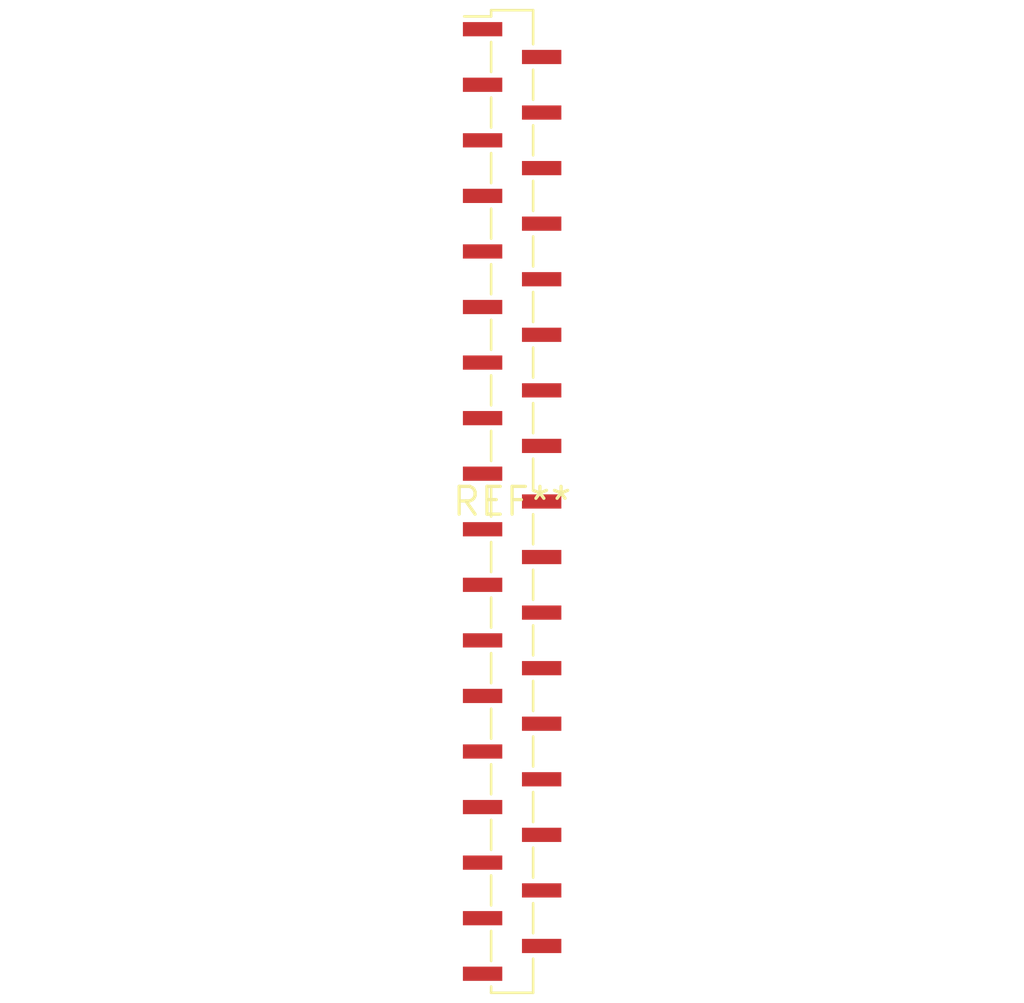
<source format=kicad_pcb>
(kicad_pcb (version 20240108) (generator pcbnew)
  (layers (0 "F.Cu" signal) (31 "B.Cu" signal) (34 "B.Paste" user) (35 "F.Paste" user) (36 "B.SilkS" user "B.Silkscreen") (37 "F.SilkS" user "F.Silkscreen") (38 "B.Mask" user) (39 "F.Mask" user) (44 "Edge.Cuts" user))
  (net 0 "")
  (footprint "PinSocket_1x35_P1.27mm_Vertical_SMD_Pin1Left" (layer "F.Cu") (at 0 0)
    (property "Reference" "REF**")
    (property "Value" "PinSocket_1x35_P1.27mm_Vertical_SMD_Pin1Left")
    (fp_line (start -2.19 -22.175) (end -0.96 -22.175) (layer "F.SilkS") (stroke (width 0.12)))
    (fp_line (start -0.96 -22.46) (end -0.96 -22.175) (layer "F.SilkS") (stroke (width 0.12)))
    (fp_line (start -0.96 -22.46) (end 0.96 -22.46) (layer "F.SilkS") (stroke (width 0.12)))
    (fp_line (start -0.96 -21.005) (end -0.96 -19.635) (layer "F.SilkS") (stroke (width 0.12)))
    (fp_line (start -0.96 -18.465) (end -0.96 -17.095) (layer "F.SilkS") (stroke (width 0.12)))
    (fp_line (start -0.96 -15.925) (end -0.96 -14.555) (layer "F.SilkS") (stroke (width 0.12)))
    (fp_line (start -0.96 -13.385) (end -0.96 -12.015) (layer "F.SilkS") (stroke (width 0.12)))
    (fp_line (start -0.96 -10.845) (end -0.96 -9.475) (layer "F.SilkS") (stroke (width 0.12)))
    (fp_line (start -0.96 -8.305) (end -0.96 -6.935) (layer "F.SilkS") (stroke (width 0.12)))
    (fp_line (start -0.96 -5.765) (end -0.96 -4.395) (layer "F.SilkS") (stroke (width 0.12)))
    (fp_line (start -0.96 -3.225) (end -0.96 -1.855) (layer "F.SilkS") (stroke (width 0.12)))
    (fp_line (start -0.96 -0.685) (end -0.96 0.685) (layer "F.SilkS") (stroke (width 0.12)))
    (fp_line (start -0.96 1.855) (end -0.96 3.225) (layer "F.SilkS") (stroke (width 0.12)))
    (fp_line (start -0.96 4.395) (end -0.96 5.765) (layer "F.SilkS") (stroke (width 0.12)))
    (fp_line (start -0.96 6.935) (end -0.96 8.305) (layer "F.SilkS") (stroke (width 0.12)))
    (fp_line (start -0.96 9.475) (end -0.96 10.845) (layer "F.SilkS") (stroke (width 0.12)))
    (fp_line (start -0.96 12.015) (end -0.96 13.385) (layer "F.SilkS") (stroke (width 0.12)))
    (fp_line (start -0.96 14.555) (end -0.96 15.925) (layer "F.SilkS") (stroke (width 0.12)))
    (fp_line (start -0.96 17.095) (end -0.96 18.465) (layer "F.SilkS") (stroke (width 0.12)))
    (fp_line (start -0.96 19.635) (end -0.96 21.005) (layer "F.SilkS") (stroke (width 0.12)))
    (fp_line (start -0.96 22.175) (end -0.96 22.46) (layer "F.SilkS") (stroke (width 0.12)))
    (fp_line (start -0.96 22.46) (end 0.96 22.46) (layer "F.SilkS") (stroke (width 0.12)))
    (fp_line (start 0.96 -22.46) (end 0.96 -20.905) (layer "F.SilkS") (stroke (width 0.12)))
    (fp_line (start 0.96 -19.735) (end 0.96 -18.365) (layer "F.SilkS") (stroke (width 0.12)))
    (fp_line (start 0.96 -17.195) (end 0.96 -15.825) (layer "F.SilkS") (stroke (width 0.12)))
    (fp_line (start 0.96 -14.655) (end 0.96 -13.285) (layer "F.SilkS") (stroke (width 0.12)))
    (fp_line (start 0.96 -12.115) (end 0.96 -10.745) (layer "F.SilkS") (stroke (width 0.12)))
    (fp_line (start 0.96 -9.575) (end 0.96 -8.205) (layer "F.SilkS") (stroke (width 0.12)))
    (fp_line (start 0.96 -7.035) (end 0.96 -5.665) (layer "F.SilkS") (stroke (width 0.12)))
    (fp_line (start 0.96 -4.495) (end 0.96 -3.125) (layer "F.SilkS") (stroke (width 0.12)))
    (fp_line (start 0.96 -1.955) (end 0.96 -0.585) (layer "F.SilkS") (stroke (width 0.12)))
    (fp_line (start 0.96 0.585) (end 0.96 1.955) (layer "F.SilkS") (stroke (width 0.12)))
    (fp_line (start 0.96 3.125) (end 0.96 4.495) (layer "F.SilkS") (stroke (width 0.12)))
    (fp_line (start 0.96 5.665) (end 0.96 7.035) (layer "F.SilkS") (stroke (width 0.12)))
    (fp_line (start 0.96 8.205) (end 0.96 9.575) (layer "F.SilkS") (stroke (width 0.12)))
    (fp_line (start 0.96 10.745) (end 0.96 12.115) (layer "F.SilkS") (stroke (width 0.12)))
    (fp_line (start 0.96 13.285) (end 0.96 14.655) (layer "F.SilkS") (stroke (width 0.12)))
    (fp_line (start 0.96 15.825) (end 0.96 17.195) (layer "F.SilkS") (stroke (width 0.12)))
    (fp_line (start 0.96 18.365) (end 0.96 19.735) (layer "F.SilkS") (stroke (width 0.12)))
    (fp_line (start 0.96 20.905) (end 0.96 22.46) (layer "F.SilkS") (stroke (width 0.12)))
    (pad "1" smd rect (at -1.35 -21.59) (size 1.8 0.65) (layers "F.Cu" "F.Paste" "F.Mask"))
    (pad "2" smd rect (at 1.35 -20.32) (size 1.8 0.65) (layers "F.Cu" "F.Paste" "F.Mask"))
    (pad "3" smd rect (at -1.35 -19.05) (size 1.8 0.65) (layers "F.Cu" "F.Paste" "F.Mask"))
    (pad "4" smd rect (at 1.35 -17.78) (size 1.8 0.65) (layers "F.Cu" "F.Paste" "F.Mask"))
    (pad "5" smd rect (at -1.35 -16.51) (size 1.8 0.65) (layers "F.Cu" "F.Paste" "F.Mask"))
    (pad "6" smd rect (at 1.35 -15.24) (size 1.8 0.65) (layers "F.Cu" "F.Paste" "F.Mask"))
    (pad "7" smd rect (at -1.35 -13.97) (size 1.8 0.65) (layers "F.Cu" "F.Paste" "F.Mask"))
    (pad "8" smd rect (at 1.35 -12.7) (size 1.8 0.65) (layers "F.Cu" "F.Paste" "F.Mask"))
    (pad "9" smd rect (at -1.35 -11.43) (size 1.8 0.65) (layers "F.Cu" "F.Paste" "F.Mask"))
    (pad "10" smd rect (at 1.35 -10.16) (size 1.8 0.65) (layers "F.Cu" "F.Paste" "F.Mask"))
    (pad "11" smd rect (at -1.35 -8.89) (size 1.8 0.65) (layers "F.Cu" "F.Paste" "F.Mask"))
    (pad "12" smd rect (at 1.35 -7.62) (size 1.8 0.65) (layers "F.Cu" "F.Paste" "F.Mask"))
    (pad "13" smd rect (at -1.35 -6.35) (size 1.8 0.65) (layers "F.Cu" "F.Paste" "F.Mask"))
    (pad "14" smd rect (at 1.35 -5.08) (size 1.8 0.65) (layers "F.Cu" "F.Paste" "F.Mask"))
    (pad "15" smd rect (at -1.35 -3.81) (size 1.8 0.65) (layers "F.Cu" "F.Paste" "F.Mask"))
    (pad "16" smd rect (at 1.35 -2.54) (size 1.8 0.65) (layers "F.Cu" "F.Paste" "F.Mask"))
    (pad "17" smd rect (at -1.35 -1.27) (size 1.8 0.65) (layers "F.Cu" "F.Paste" "F.Mask"))
    (pad "18" smd rect (at 1.35 0) (size 1.8 0.65) (layers "F.Cu" "F.Paste" "F.Mask"))
    (pad "19" smd rect (at -1.35 1.27) (size 1.8 0.65) (layers "F.Cu" "F.Paste" "F.Mask"))
    (pad "20" smd rect (at 1.35 2.54) (size 1.8 0.65) (layers "F.Cu" "F.Paste" "F.Mask"))
    (pad "21" smd rect (at -1.35 3.81) (size 1.8 0.65) (layers "F.Cu" "F.Paste" "F.Mask"))
    (pad "22" smd rect (at 1.35 5.08) (size 1.8 0.65) (layers "F.Cu" "F.Paste" "F.Mask"))
    (pad "23" smd rect (at -1.35 6.35) (size 1.8 0.65) (layers "F.Cu" "F.Paste" "F.Mask"))
    (pad "24" smd rect (at 1.35 7.62) (size 1.8 0.65) (layers "F.Cu" "F.Paste" "F.Mask"))
    (pad "25" smd rect (at -1.35 8.89) (size 1.8 0.65) (layers "F.Cu" "F.Paste" "F.Mask"))
    (pad "26" smd rect (at 1.35 10.16) (size 1.8 0.65) (layers "F.Cu" "F.Paste" "F.Mask"))
    (pad "27" smd rect (at -1.35 11.43) (size 1.8 0.65) (layers "F.Cu" "F.Paste" "F.Mask"))
    (pad "28" smd rect (at 1.35 12.7) (size 1.8 0.65) (layers "F.Cu" "F.Paste" "F.Mask"))
    (pad "29" smd rect (at -1.35 13.97) (size 1.8 0.65) (layers "F.Cu" "F.Paste" "F.Mask"))
    (pad "30" smd rect (at 1.35 15.24) (size 1.8 0.65) (layers "F.Cu" "F.Paste" "F.Mask"))
    (pad "31" smd rect (at -1.35 16.51) (size 1.8 0.65) (layers "F.Cu" "F.Paste" "F.Mask"))
    (pad "32" smd rect (at 1.35 17.78) (size 1.8 0.65) (layers "F.Cu" "F.Paste" "F.Mask"))
    (pad "33" smd rect (at -1.35 19.05) (size 1.8 0.65) (layers "F.Cu" "F.Paste" "F.Mask"))
    (pad "34" smd rect (at 1.35 20.32) (size 1.8 0.65) (layers "F.Cu" "F.Paste" "F.Mask"))
    (pad "35" smd rect (at -1.35 21.59) (size 1.8 0.65) (layers "F.Cu" "F.Paste" "F.Mask"))
  )
)
</source>
